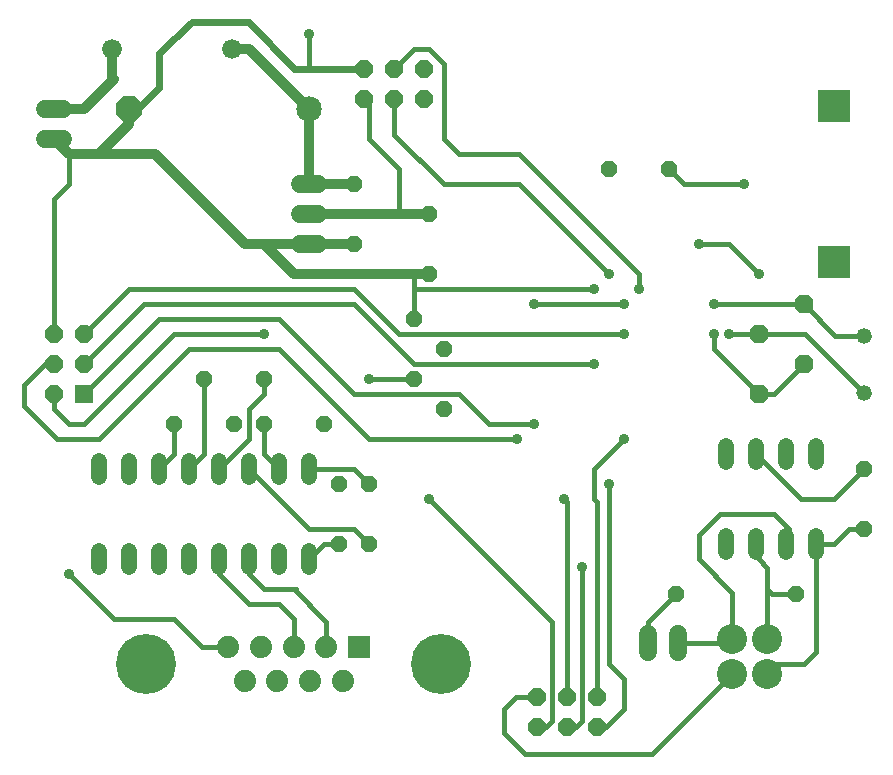
<source format=gbl>
G75*
G70*
%OFA0B0*%
%FSLAX24Y24*%
%IPPOS*%
%LPD*%
%AMOC8*
5,1,8,0,0,1.08239X$1,22.5*
%
%ADD10C,0.0520*%
%ADD11OC8,0.0630*%
%ADD12C,0.0660*%
%ADD13OC8,0.0520*%
%ADD14C,0.0520*%
%ADD15C,0.1000*%
%ADD16C,0.0600*%
%ADD17OC8,0.0600*%
%ADD18R,0.0600X0.0600*%
%ADD19C,0.0850*%
%ADD20OC8,0.0850*%
%ADD21R,0.0740X0.0740*%
%ADD22C,0.0740*%
%ADD23C,0.2000*%
%ADD24R,0.1095X0.1095*%
%ADD25C,0.0160*%
%ADD26C,0.0360*%
%ADD27C,0.0320*%
%ADD28C,0.0240*%
D10*
X029125Y015422D03*
X029125Y017322D03*
D11*
X027125Y016372D03*
X025625Y015372D03*
X025625Y017372D03*
X027125Y018372D03*
D12*
X008075Y026872D03*
X004075Y026872D03*
D13*
X012125Y022372D03*
X012125Y020372D03*
X014625Y019372D03*
X014125Y017872D03*
X015125Y016872D03*
X014125Y015872D03*
X015125Y014872D03*
X012625Y012372D03*
X011625Y012372D03*
X011625Y010372D03*
X012625Y010372D03*
X011125Y014372D03*
X009125Y014372D03*
X008125Y014372D03*
X009125Y015872D03*
X007125Y015872D03*
X006125Y014372D03*
X014625Y021372D03*
X020625Y022872D03*
X022625Y022872D03*
X029125Y012872D03*
X029125Y010872D03*
X026875Y008722D03*
X022875Y008722D03*
D14*
X024525Y010112D02*
X024525Y010632D01*
X025525Y010632D02*
X025525Y010112D01*
X026525Y010112D02*
X026525Y010632D01*
X027525Y010632D02*
X027525Y010112D01*
X027525Y013112D02*
X027525Y013632D01*
X026525Y013632D02*
X026525Y013112D01*
X025525Y013112D02*
X025525Y013632D01*
X024525Y013632D02*
X024525Y013112D01*
X010625Y013132D02*
X010625Y012612D01*
X009625Y012612D02*
X009625Y013132D01*
X008625Y013132D02*
X008625Y012612D01*
X007625Y012612D02*
X007625Y013132D01*
X006625Y013132D02*
X006625Y012612D01*
X005625Y012612D02*
X005625Y013132D01*
X004625Y013132D02*
X004625Y012612D01*
X003625Y012612D02*
X003625Y013132D01*
X003625Y010132D02*
X003625Y009612D01*
X004625Y009612D02*
X004625Y010132D01*
X005625Y010132D02*
X005625Y009612D01*
X006625Y009612D02*
X006625Y010132D01*
X007625Y010132D02*
X007625Y009612D01*
X008625Y009612D02*
X008625Y010132D01*
X009625Y010132D02*
X009625Y009612D01*
X010625Y009612D02*
X010625Y010132D01*
D15*
X024737Y007222D03*
X024737Y006041D03*
X025919Y006041D03*
X025919Y007222D03*
D16*
X022925Y007372D02*
X022925Y006772D01*
X021925Y006772D02*
X021925Y007372D01*
X010925Y020372D02*
X010325Y020372D01*
X010325Y021372D02*
X010925Y021372D01*
X010925Y022372D02*
X010325Y022372D01*
X002425Y023872D02*
X001825Y023872D01*
X001825Y024872D02*
X002425Y024872D01*
D17*
X002125Y017372D03*
X002125Y016372D03*
X002125Y015372D03*
X003125Y016372D03*
X003125Y017372D03*
X012475Y025222D03*
X013475Y025222D03*
X014475Y025222D03*
X014475Y026222D03*
X013475Y026222D03*
X012475Y026222D03*
X018225Y005272D03*
X018225Y004272D03*
X019225Y004272D03*
X020225Y004272D03*
X020225Y005272D03*
X019225Y005272D03*
D18*
X003125Y015372D03*
D19*
X010625Y024872D03*
D20*
X004625Y024872D03*
D21*
X012306Y006931D03*
D22*
X011215Y006931D03*
X010125Y006931D03*
X009034Y006931D03*
X007944Y006931D03*
X008491Y005813D03*
X009582Y005813D03*
X010668Y005813D03*
X011759Y005813D03*
D23*
X005204Y006372D03*
X015046Y006372D03*
D24*
X028125Y019772D03*
X028125Y024972D03*
D25*
X025125Y022372D02*
X023125Y022372D01*
X022625Y022872D01*
X023625Y020372D02*
X024625Y020372D01*
X025625Y019372D01*
X024125Y018372D02*
X027125Y018372D01*
X028175Y017322D01*
X029125Y017322D01*
X029125Y015422D02*
X027175Y017372D01*
X025625Y017372D01*
X024625Y017372D01*
X024125Y017372D02*
X024125Y016872D01*
X025625Y015372D01*
X026125Y015372D01*
X027125Y016372D01*
X025525Y013372D02*
X027025Y011872D01*
X028125Y011872D01*
X029125Y012872D01*
X029125Y010872D02*
X028625Y010872D01*
X028125Y010372D01*
X027525Y010372D01*
X027525Y006772D01*
X027125Y006372D01*
X026250Y006372D01*
X025919Y006041D01*
X025919Y007222D02*
X025919Y008872D01*
X026069Y008722D01*
X026875Y008722D01*
X025919Y008872D02*
X025919Y009579D01*
X025625Y009872D01*
X025625Y010272D01*
X025525Y010372D01*
X026525Y010372D02*
X026625Y010472D01*
X026625Y010872D01*
X026125Y011372D01*
X024332Y011372D01*
X023625Y010665D01*
X023625Y009872D01*
X024737Y008760D01*
X024737Y007222D01*
X024587Y007072D01*
X022925Y007072D01*
X021925Y007072D02*
X021925Y007772D01*
X022875Y008722D01*
X020625Y006372D02*
X020625Y012372D01*
X020125Y011872D02*
X020125Y012872D01*
X021125Y013872D01*
X020125Y011872D02*
X020225Y011772D01*
X020225Y005272D01*
X019725Y004472D02*
X019525Y004272D01*
X019225Y004272D01*
X018725Y004472D02*
X018725Y007772D01*
X014625Y011872D01*
X012625Y012372D02*
X012125Y012872D01*
X010625Y012872D01*
X009625Y012872D02*
X009125Y013372D01*
X009125Y014372D01*
X008625Y013872D02*
X007625Y012872D01*
X007125Y013372D02*
X006625Y012872D01*
X007125Y013372D02*
X007125Y015872D01*
X006625Y016872D02*
X009625Y016872D01*
X012625Y013872D01*
X017575Y013872D01*
X018125Y014372D02*
X016625Y014372D01*
X015625Y015372D01*
X012125Y015372D01*
X009625Y017872D01*
X005625Y017872D01*
X003125Y015372D01*
X003125Y014372D02*
X002625Y014372D01*
X002125Y014872D01*
X002125Y015372D01*
X002125Y016372D02*
X001832Y016372D01*
X001125Y015665D01*
X001125Y014990D01*
X002243Y013872D01*
X003625Y013872D01*
X006625Y016872D01*
X006125Y017372D02*
X009125Y017372D01*
X009125Y015872D02*
X009125Y015372D01*
X008625Y014872D01*
X008625Y013872D01*
X008625Y012872D02*
X010625Y010872D01*
X012125Y010872D01*
X012625Y010372D01*
X011625Y010372D02*
X011125Y010372D01*
X010625Y009872D01*
X010205Y008872D02*
X010125Y008872D01*
X011215Y007782D01*
X011215Y006931D01*
X010125Y006931D02*
X010125Y007872D01*
X009625Y008372D01*
X008625Y008372D01*
X007625Y009372D01*
X007625Y009872D01*
X008625Y009872D02*
X008625Y009372D01*
X009125Y008872D01*
X010125Y008872D01*
X007944Y006931D02*
X007066Y006931D01*
X006125Y007872D01*
X004125Y007872D01*
X002625Y009372D01*
X005625Y012872D02*
X006125Y013372D01*
X006125Y014372D01*
X003125Y014372D02*
X006125Y017372D01*
X005125Y018372D02*
X012125Y018372D01*
X014125Y016372D01*
X020125Y016372D01*
X021125Y017372D02*
X013625Y017372D01*
X012125Y018872D01*
X004625Y018872D01*
X003125Y017372D01*
X003125Y016372D02*
X005125Y018372D01*
X002125Y017372D02*
X002125Y021872D01*
X002625Y022372D01*
X002625Y023372D01*
X010625Y026222D02*
X010625Y027372D01*
X012475Y025222D02*
X012625Y025072D01*
X012625Y023872D01*
X013625Y022872D01*
X013625Y021372D01*
X015125Y022372D02*
X013475Y024022D01*
X013475Y025222D01*
X013475Y026222D02*
X014125Y026872D01*
X014625Y026872D01*
X015125Y026372D01*
X015125Y023872D01*
X015625Y023372D01*
X017625Y023372D01*
X021625Y019372D01*
X021625Y018872D01*
X021125Y018372D02*
X018125Y018372D01*
X020125Y018872D02*
X014125Y018872D01*
X014125Y017872D01*
X014125Y018872D02*
X014125Y019372D01*
X015125Y022372D02*
X017625Y022372D01*
X020625Y019372D01*
X014125Y015872D02*
X012625Y015872D01*
X019125Y011872D02*
X019225Y011772D01*
X019225Y005272D01*
X019725Y004472D02*
X019725Y009622D01*
X020625Y006372D02*
X021125Y005872D01*
X021125Y004872D01*
X020525Y004272D01*
X020225Y004272D01*
X018725Y004472D02*
X018525Y004272D01*
X018225Y004272D01*
X017832Y003372D02*
X022069Y003372D01*
X024737Y006041D01*
X018225Y005272D02*
X017525Y005272D01*
X017125Y004872D01*
X017125Y004080D01*
X017832Y003372D01*
D26*
X019725Y009622D03*
X019125Y011872D03*
X020625Y012372D03*
X021125Y013872D03*
X020125Y016372D03*
X021125Y017372D03*
X021125Y018372D03*
X021625Y018872D03*
X020625Y019372D03*
X020125Y018872D03*
X018125Y018372D03*
X018125Y014372D03*
X017575Y013872D03*
X014625Y011872D03*
X012625Y015872D03*
X009125Y017372D03*
X002625Y009372D03*
X010625Y027372D03*
X023625Y020372D03*
X025125Y022372D03*
X025625Y019372D03*
X024125Y018372D03*
X024125Y017372D03*
X024625Y017372D03*
D27*
X014625Y019372D02*
X014125Y019372D01*
X010125Y019372D01*
X009125Y020372D01*
X008507Y020372D01*
X005507Y023372D01*
X003625Y023372D01*
X004625Y024372D01*
X004625Y024872D01*
X004125Y025872D02*
X003125Y024872D01*
X002125Y024872D01*
X002125Y023872D02*
X002625Y023372D01*
X003625Y023372D01*
X004125Y025872D02*
X004075Y025922D01*
X004075Y026872D01*
X008075Y026872D02*
X008625Y026872D01*
X010625Y024872D01*
X010625Y022372D01*
X012125Y022372D01*
X010625Y021372D02*
X013625Y021372D01*
X014625Y021372D01*
X012125Y020372D02*
X010625Y020372D01*
X009125Y020372D01*
D28*
X004918Y024872D02*
X004625Y024872D01*
X004918Y024872D02*
X005625Y025580D01*
X005625Y026754D01*
X006743Y027772D01*
X008625Y027772D01*
X010125Y026222D01*
X010625Y026222D01*
X012475Y026222D01*
M02*

</source>
